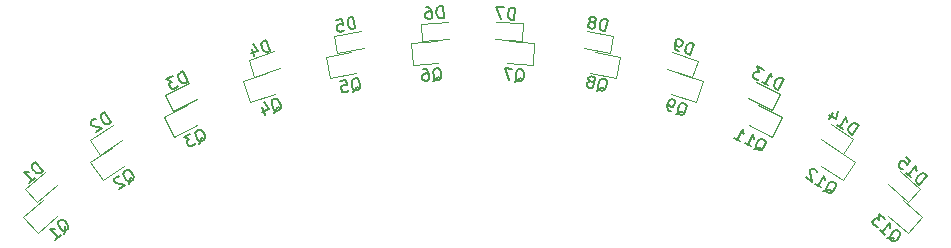
<source format=gbo>
G04 #@! TF.GenerationSoftware,KiCad,Pcbnew,(5.1.10)-1*
G04 #@! TF.CreationDate,2022-02-06T13:53:10+09:00*
G04 #@! TF.ProjectId,Main,4d61696e-2e6b-4696-9361-645f70636258,rev?*
G04 #@! TF.SameCoordinates,Original*
G04 #@! TF.FileFunction,Legend,Bot*
G04 #@! TF.FilePolarity,Positive*
%FSLAX46Y46*%
G04 Gerber Fmt 4.6, Leading zero omitted, Abs format (unit mm)*
G04 Created by KiCad (PCBNEW (5.1.10)-1) date 2022-02-06 13:53:10*
%MOMM*%
%LPD*%
G01*
G04 APERTURE LIST*
%ADD10C,0.120000*%
%ADD11C,0.150000*%
%ADD12R,1.060000X1.060000*%
%ADD13C,1.060000*%
%ADD14C,1.200000*%
%ADD15C,0.100000*%
G04 APERTURE END LIST*
D10*
X-35213931Y43723927D02*
X-36933199Y42218821D01*
X-36933199Y42218821D02*
X-37901473Y43324871D01*
X-37901473Y43324871D02*
X-36182205Y44829977D01*
X-32393263Y47487542D02*
X-30492247Y48755362D01*
X-31577641Y46264570D02*
X-32393263Y47487542D01*
X-29676626Y47532389D02*
X-31577641Y46264570D01*
X-26056935Y51303849D02*
X-24006700Y52312690D01*
X-25407922Y49984879D02*
X-26056935Y51303849D01*
X-23357687Y50993720D02*
X-25407922Y49984879D01*
X-16356581Y53610291D02*
X-18520957Y52877690D01*
X-18520957Y52877690D02*
X-18992258Y54270089D01*
X-18992258Y54270089D02*
X-16827882Y55002690D01*
X-11749481Y56332564D02*
X-9507998Y56776390D01*
X-11463956Y54890560D02*
X-11749481Y56332564D01*
X-9222474Y55334385D02*
X-11463956Y54890560D01*
X-4379336Y57337638D02*
X-2099099Y57485094D01*
X-4284473Y55870702D02*
X-4379336Y57337638D01*
X-2004236Y56018158D02*
X-4284473Y55870702D01*
X1950470Y57536403D02*
X4230446Y57384967D01*
X4230446Y57384967D02*
X4133024Y55918199D01*
X4133024Y55918199D02*
X1853048Y56069635D01*
X9659529Y56777509D02*
X11900233Y56329772D01*
X11900233Y56329772D02*
X11612192Y54888268D01*
X11612192Y54888268D02*
X9371488Y55336005D01*
X16879546Y54953600D02*
X19042639Y54217223D01*
X19042639Y54217223D02*
X18568909Y52825648D01*
X18568909Y52825648D02*
X16405815Y53562025D01*
X23958468Y52413374D02*
X26006940Y51400957D01*
X26006940Y51400957D02*
X25355625Y50083122D01*
X25355625Y50083122D02*
X23307154Y51095539D01*
X30294090Y48855810D02*
X32192889Y47584675D01*
X32192889Y47584675D02*
X31375135Y46363127D01*
X31375135Y46363127D02*
X29476335Y47634263D01*
X36880526Y42267718D02*
X35163887Y43775822D01*
X37850728Y43372077D02*
X36880526Y42267718D01*
X36134090Y44880180D02*
X37850728Y43372077D01*
X-36411282Y42468259D02*
X-38057190Y41027376D01*
X-38057190Y41027376D02*
X-36822147Y39616598D01*
X-36822147Y39616598D02*
X-35176239Y41057481D01*
X-30556558Y46857564D02*
X-32376458Y45643842D01*
X-32376458Y45643842D02*
X-31336125Y44083928D01*
X-31336125Y44083928D02*
X-29516225Y45297650D01*
X-25313932Y47796968D02*
X-23351180Y48762762D01*
X-26141756Y49479328D02*
X-25313932Y47796968D01*
X-24179003Y50445122D02*
X-26141756Y49479328D01*
X-17387739Y53169550D02*
X-19459762Y52468209D01*
X-19459762Y52468209D02*
X-18858612Y50692190D01*
X-18858612Y50692190D02*
X-16786590Y51393530D01*
X-12080616Y52720053D02*
X-9934776Y53144941D01*
X-12444805Y54559344D02*
X-12080616Y52720053D01*
X-10298966Y54984232D02*
X-12444805Y54559344D01*
X-3033974Y55858120D02*
X-5216914Y55716955D01*
X-5216914Y55716955D02*
X-5095916Y53845863D01*
X-5095916Y53845863D02*
X-2912976Y53987028D01*
X5218369Y55714127D02*
X3035678Y55859101D01*
X5094105Y53843249D02*
X5218369Y55714127D01*
X2911414Y53988223D02*
X5094105Y53843249D01*
X9933384Y53146330D02*
X12078479Y52717698D01*
X12078479Y52717698D02*
X12445878Y54556350D01*
X12445878Y54556350D02*
X10300783Y54984983D01*
X19460435Y52465101D02*
X17389639Y53170057D01*
X18856186Y50690133D02*
X19460435Y52465101D01*
X16785391Y51395089D02*
X18856186Y50690133D01*
X23350195Y48764464D02*
X25311259Y47795246D01*
X25311259Y47795246D02*
X26142017Y49476158D01*
X26142017Y49476158D02*
X24180953Y50445377D01*
X32376303Y45640665D02*
X30558525Y46857562D01*
X31333249Y44082569D02*
X32376303Y45640665D01*
X29515471Y45299466D02*
X31333249Y44082569D01*
X35175728Y41059380D02*
X36819119Y39615626D01*
X36819119Y39615626D02*
X38056622Y41024247D01*
X38056622Y41024247D02*
X36413231Y42468000D01*
D11*
X-36396667Y44895797D02*
X-37055357Y45648212D01*
X-37234503Y45491381D01*
X-37310625Y45361453D01*
X-37319551Y45227062D01*
X-37292648Y45124038D01*
X-37203012Y44949354D01*
X-37108914Y44841866D01*
X-36947620Y44729915D01*
X-36849058Y44689623D01*
X-36714667Y44680697D01*
X-36575813Y44738966D01*
X-36396667Y44895797D01*
X-37543204Y43892080D02*
X-37113253Y44268474D01*
X-37328228Y44080277D02*
X-37986918Y44832692D01*
X-37821161Y44787936D01*
X-37686770Y44779010D01*
X-37583745Y44805913D01*
X-30634937Y49033167D02*
X-31189782Y49865121D01*
X-31387866Y49733016D01*
X-31480295Y49614135D01*
X-31506687Y49482059D01*
X-31493461Y49376404D01*
X-31427393Y49191516D01*
X-31348130Y49072665D01*
X-31202828Y48940619D01*
X-31110369Y48887806D01*
X-30978293Y48861415D01*
X-30833021Y48901062D01*
X-30634937Y49033167D01*
X-31929276Y49257464D02*
X-31995314Y49270660D01*
X-32100969Y49257435D01*
X-32299054Y49125329D01*
X-32351866Y49032870D01*
X-32365062Y48966832D01*
X-32351836Y48861177D01*
X-32298994Y48781943D01*
X-32180114Y48689514D01*
X-31387657Y48531165D01*
X-31902677Y48187690D01*
X-24138009Y52419970D02*
X-24579514Y53317229D01*
X-24793147Y53212108D01*
X-24900303Y53106309D01*
X-24943708Y52978808D01*
X-24944386Y52872331D01*
X-24903017Y52680400D01*
X-24839944Y52552221D01*
X-24713121Y52402338D01*
X-24628347Y52337909D01*
X-24500845Y52294504D01*
X-24351641Y52314850D01*
X-24138009Y52419970D01*
X-25391320Y52917771D02*
X-25946765Y52644458D01*
X-25479486Y52449814D01*
X-25607666Y52386741D01*
X-25672095Y52301967D01*
X-25693798Y52238216D01*
X-25694476Y52131739D01*
X-25589356Y51918106D01*
X-25504581Y51853677D01*
X-25440830Y51831974D01*
X-25334353Y51831296D01*
X-25077993Y51957440D01*
X-25013564Y52042215D01*
X-24991862Y52105966D01*
X-17155829Y55058143D02*
X-17476442Y56005353D01*
X-17701968Y55929016D01*
X-17822017Y55838109D01*
X-17881693Y55717364D01*
X-17896263Y55611886D01*
X-17880299Y55416198D01*
X-17834497Y55280882D01*
X-17728323Y55115729D01*
X-17652683Y55040785D01*
X-17531938Y54981110D01*
X-17381355Y54981806D01*
X-17155829Y55058143D01*
X-18722728Y55231597D02*
X-18508986Y54600124D01*
X-18619340Y55668776D02*
X-18164805Y55068534D01*
X-18751173Y54870059D01*
X-9938093Y56949598D02*
X-10132328Y57930553D01*
X-10365888Y57884306D01*
X-10496776Y57809846D01*
X-10571701Y57697924D01*
X-10599915Y57595250D01*
X-10609630Y57399152D01*
X-10581882Y57259016D01*
X-10498173Y57081416D01*
X-10432963Y56997241D01*
X-10321040Y56922316D01*
X-10171654Y56903351D01*
X-9938093Y56949598D01*
X-11580404Y57643826D02*
X-11113283Y57736318D01*
X-10974078Y57278446D01*
X-11030039Y57315909D01*
X-11132713Y57344123D01*
X-11366274Y57297876D01*
X-11450449Y57232666D01*
X-11487912Y57176704D01*
X-11516125Y57074031D01*
X-11469879Y56840470D01*
X-11404668Y56756295D01*
X-11348707Y56718832D01*
X-11246033Y56690618D01*
X-11012473Y56736865D01*
X-10928298Y56802075D01*
X-10890835Y56858037D01*
X-2484250Y57846192D02*
X-2548782Y58844108D01*
X-2786381Y58828743D01*
X-2925867Y58772005D01*
X-3014761Y58670819D01*
X-3056135Y58572706D01*
X-3091363Y58379554D01*
X-3082144Y58236995D01*
X-3022332Y58049989D01*
X-2968666Y57958022D01*
X-2867481Y57869129D01*
X-2721849Y57830828D01*
X-2484250Y57846192D01*
X-3974376Y58751919D02*
X-3784296Y58764211D01*
X-3686184Y58722837D01*
X-3635591Y58678390D01*
X-3531333Y58541977D01*
X-3471521Y58354971D01*
X-3446937Y57974812D01*
X-3488311Y57876700D01*
X-3532758Y57826107D01*
X-3624725Y57772441D01*
X-3814804Y57760149D01*
X-3912916Y57801523D01*
X-3963509Y57845970D01*
X-4017175Y57937937D01*
X-4032540Y58175536D01*
X-3991166Y58273648D01*
X-3946719Y58324241D01*
X-3854752Y58377907D01*
X-3664673Y58390199D01*
X-3566561Y58348825D01*
X-3515968Y58304378D01*
X-3462302Y58212411D01*
X3501263Y57676553D02*
X3567537Y58674354D01*
X3329965Y58690134D01*
X3184266Y58652087D01*
X3082926Y58563370D01*
X3029099Y58471497D01*
X2968961Y58284596D01*
X2959494Y58142053D01*
X2994385Y57948839D01*
X3035587Y57850655D01*
X3124304Y57749314D01*
X3263691Y57692332D01*
X3501263Y57676553D01*
X2664764Y58734316D02*
X1999563Y58778499D01*
X2360918Y57752294D01*
X11215347Y56714040D02*
X11411293Y57694655D01*
X11177814Y57741309D01*
X11028395Y57722605D01*
X10916342Y57647875D01*
X10850984Y57563814D01*
X10766965Y57386361D01*
X10738973Y57246273D01*
X10748346Y57050158D01*
X10776380Y56947436D01*
X10851110Y56835382D01*
X10981868Y56760694D01*
X11215347Y56714040D01*
X10206614Y57498330D02*
X10309337Y57526364D01*
X10365363Y57563729D01*
X10430721Y57647791D01*
X10440052Y57694486D01*
X10412017Y57797209D01*
X10374652Y57853236D01*
X10290591Y57918593D01*
X10103807Y57955916D01*
X10001084Y57927882D01*
X9945058Y57890517D01*
X9879700Y57806456D01*
X9870370Y57759760D01*
X9898404Y57657037D01*
X9935769Y57601010D01*
X10019830Y57535653D01*
X10206614Y57498330D01*
X10290675Y57432972D01*
X10328040Y57376946D01*
X10356075Y57274223D01*
X10318752Y57087439D01*
X10253394Y57003378D01*
X10197367Y56966013D01*
X10094645Y56937979D01*
X9907861Y56975302D01*
X9823800Y57040659D01*
X9786435Y57096686D01*
X9758400Y57199409D01*
X9795723Y57386192D01*
X9861081Y57470253D01*
X9917108Y57507619D01*
X10019830Y57535653D01*
X18413770Y54687599D02*
X18736036Y55634248D01*
X18510643Y55710978D01*
X18360061Y55711937D01*
X18239212Y55652472D01*
X18163442Y55577661D01*
X18056979Y55412693D01*
X18010941Y55277457D01*
X17994636Y55081797D01*
X18009023Y54976294D01*
X18068488Y54855445D01*
X18188377Y54764329D01*
X18413770Y54687599D01*
X17422042Y55025210D02*
X17241728Y55086594D01*
X17166917Y55162365D01*
X17137184Y55222789D01*
X17093065Y55388717D01*
X17109371Y55584377D01*
X17232139Y55945005D01*
X17307909Y56019816D01*
X17368334Y56049549D01*
X17473837Y56063935D01*
X17654151Y56002552D01*
X17728962Y55926781D01*
X17758694Y55866357D01*
X17773081Y55760853D01*
X17696351Y55535461D01*
X17620581Y55460650D01*
X17560156Y55430917D01*
X17454653Y55416531D01*
X17274339Y55477915D01*
X17199528Y55553685D01*
X17169795Y55614110D01*
X17155409Y55719613D01*
X25871745Y51738407D02*
X26314816Y52634894D01*
X26101367Y52740387D01*
X25952199Y52760993D01*
X25824622Y52717810D01*
X25739735Y52653529D01*
X25612651Y52503869D01*
X25549355Y52375799D01*
X25507650Y52183941D01*
X25508143Y52077463D01*
X25551325Y51949886D01*
X25658296Y51843900D01*
X25871745Y51738407D01*
X24505671Y52413563D02*
X25017949Y52160380D01*
X24761810Y52286971D02*
X25204881Y53183458D01*
X25226965Y53013191D01*
X25270147Y52885614D01*
X25334428Y52800727D01*
X24649913Y53457740D02*
X24094945Y53732022D01*
X24224985Y53242813D01*
X24096916Y53306109D01*
X23990437Y53305616D01*
X23926649Y53284025D01*
X23841762Y53219744D01*
X23736269Y53006295D01*
X23736761Y52899817D01*
X23758352Y52836028D01*
X23822633Y52751141D01*
X24078772Y52624549D01*
X24185251Y52625042D01*
X24249039Y52646633D01*
X32102898Y47936884D02*
X32659193Y48767869D01*
X32461340Y48900320D01*
X32316137Y48940220D01*
X32184015Y48914059D01*
X32091464Y48861408D01*
X31945932Y48729616D01*
X31866462Y48610904D01*
X31800071Y48426131D01*
X31786661Y48320499D01*
X31812822Y48188377D01*
X31905044Y48069335D01*
X32102898Y47936884D01*
X30836635Y48784573D02*
X31311484Y48466689D01*
X31074060Y48625631D02*
X31630355Y49456616D01*
X31630026Y49284923D01*
X31656187Y49152801D01*
X31708838Y49060250D01*
X30495227Y49815387D02*
X30124363Y49261398D01*
X30905002Y49999501D02*
X30705502Y49273490D01*
X30191083Y49617863D01*
X37807479Y43733019D02*
X38467480Y44484283D01*
X38288608Y44641427D01*
X38149856Y44699938D01*
X38015450Y44691247D01*
X37916818Y44651126D01*
X37755329Y44539457D01*
X37661043Y44432133D01*
X37571103Y44257607D01*
X37544020Y44154629D01*
X37552711Y44020223D01*
X37628606Y43890163D01*
X37807479Y43733019D01*
X36662695Y44738736D02*
X37091989Y44361592D01*
X36877342Y44550164D02*
X37537344Y45301428D01*
X37514607Y45131248D01*
X37523298Y44996841D01*
X37563419Y44898210D01*
X36642982Y46087145D02*
X37000727Y45772858D01*
X36722214Y45383685D01*
X36717869Y45450888D01*
X36677748Y45549520D01*
X36498876Y45706663D01*
X36395898Y45733746D01*
X36328695Y45729400D01*
X36230063Y45689280D01*
X36072920Y45510407D01*
X36045837Y45407429D01*
X36050183Y45340226D01*
X36090303Y45241595D01*
X36269176Y45084451D01*
X36372153Y45057368D01*
X36439357Y45061714D01*
X-34596607Y39591106D02*
X-34556315Y39689668D01*
X-34547388Y39824059D01*
X-34533999Y40025645D01*
X-34493707Y40124207D01*
X-34422048Y40186939D01*
X-34301047Y39976426D02*
X-34260754Y40074988D01*
X-34251828Y40209379D01*
X-34341463Y40384062D01*
X-34561026Y40634867D01*
X-34722320Y40746818D01*
X-34856711Y40755744D01*
X-34959736Y40728841D01*
X-35103053Y40603377D01*
X-35143346Y40504815D01*
X-35152272Y40370424D01*
X-35062636Y40195741D01*
X-34843073Y39944936D01*
X-34681779Y39832985D01*
X-34547388Y39824059D01*
X-34444364Y39850962D01*
X-34301047Y39976426D01*
X-35340096Y39066808D02*
X-34910144Y39443202D01*
X-35125120Y39255005D02*
X-35783809Y40007419D01*
X-35618052Y39962664D01*
X-35483662Y39953738D01*
X-35380637Y39980641D01*
X-29132952Y43768163D02*
X-29080140Y43860622D01*
X-29053748Y43992698D01*
X-29014161Y44190812D01*
X-28961349Y44283271D01*
X-28882115Y44336114D01*
X-28789626Y44111608D02*
X-28736814Y44204067D01*
X-28710422Y44336144D01*
X-28776490Y44521032D01*
X-28961438Y44798350D01*
X-29106740Y44930396D01*
X-29238816Y44956788D01*
X-29344471Y44943562D01*
X-29502938Y44837878D01*
X-29555751Y44745419D01*
X-29582142Y44613342D01*
X-29516074Y44428454D01*
X-29331126Y44151136D01*
X-29185824Y44019090D01*
X-29053748Y43992698D01*
X-28948094Y44005924D01*
X-28789626Y44111608D01*
X-29965115Y44415169D02*
X-30031153Y44428365D01*
X-30136808Y44415139D01*
X-30334892Y44283033D01*
X-30387705Y44190574D01*
X-30400900Y44124536D01*
X-30387675Y44018881D01*
X-30334833Y43939647D01*
X-30215952Y43847218D01*
X-29423496Y43688870D01*
X-29938515Y43345395D01*
X-23170824Y47196334D02*
X-23106395Y47281109D01*
X-23062990Y47408610D01*
X-22997883Y47599862D01*
X-22933454Y47684637D01*
X-22848000Y47726685D01*
X-22785607Y47492028D02*
X-22721178Y47576803D01*
X-22677773Y47704304D01*
X-22719142Y47896235D01*
X-22866311Y48195321D01*
X-22993134Y48345203D01*
X-23120635Y48388608D01*
X-23227112Y48389286D01*
X-23398019Y48305190D01*
X-23462448Y48220415D01*
X-23505853Y48092914D01*
X-23464483Y47900983D01*
X-23317315Y47601897D01*
X-23190492Y47452015D01*
X-23062990Y47408610D01*
X-22956513Y47407932D01*
X-22785607Y47492028D01*
X-23910738Y48052901D02*
X-24466184Y47779588D01*
X-23998905Y47584944D01*
X-24127084Y47521871D01*
X-24191514Y47437097D01*
X-24213216Y47373346D01*
X-24213894Y47266869D01*
X-24108774Y47053236D01*
X-24023999Y46988807D01*
X-23960249Y46967104D01*
X-23853771Y46966426D01*
X-23597412Y47092570D01*
X-23532983Y47177345D01*
X-23511280Y47241096D01*
X-16812237Y49816962D02*
X-16737294Y49892602D01*
X-16677618Y50013347D01*
X-16588104Y50194464D01*
X-16513161Y50270104D01*
X-16422950Y50300639D01*
X-16391719Y50059845D02*
X-16316776Y50135485D01*
X-16257100Y50256230D01*
X-16273064Y50451918D01*
X-16379935Y50767655D01*
X-16486109Y50932809D01*
X-16606854Y50992485D01*
X-16712332Y51007055D01*
X-16892753Y50945986D01*
X-16967696Y50870346D01*
X-17027372Y50749601D01*
X-17011409Y50553913D01*
X-16904538Y50238176D01*
X-16798363Y50073023D01*
X-16677618Y50013347D01*
X-16572140Y49998776D01*
X-16391719Y50059845D01*
X-17823303Y50279102D02*
X-17609561Y49647628D01*
X-17719915Y50716280D02*
X-17265380Y50116038D01*
X-17851748Y49917563D01*
X-10165988Y51585207D02*
X-10081813Y51650418D01*
X-10006887Y51762341D01*
X-9894498Y51930225D01*
X-9810323Y51995436D01*
X-9716899Y52013934D01*
X-9717365Y51771124D02*
X-9633190Y51836335D01*
X-9558264Y51948258D01*
X-9548549Y52144355D01*
X-9613294Y52471341D01*
X-9697003Y52648940D01*
X-9808926Y52723866D01*
X-9911599Y52752079D01*
X-10098448Y52715082D01*
X-10182623Y52649872D01*
X-10257549Y52537949D01*
X-10267264Y52341851D01*
X-10202519Y52014866D01*
X-10118810Y51837267D01*
X-10006887Y51762341D01*
X-9904213Y51734127D01*
X-9717365Y51771124D01*
X-11219539Y52493100D02*
X-10752418Y52585593D01*
X-10613213Y52127720D01*
X-10669175Y52165183D01*
X-10771848Y52193397D01*
X-11005409Y52147151D01*
X-11089584Y52081940D01*
X-11127047Y52025979D01*
X-11155260Y51923305D01*
X-11109014Y51689744D01*
X-11043803Y51605569D01*
X-10987842Y51568106D01*
X-10885169Y51539893D01*
X-10651608Y51586139D01*
X-10567433Y51651350D01*
X-10529970Y51707311D01*
X-3345795Y52470817D02*
X-3253828Y52524483D01*
X-3164935Y52625668D01*
X-3031594Y52777446D01*
X-2939627Y52831112D01*
X-2844588Y52837258D01*
X-2876743Y52596586D02*
X-2784776Y52650252D01*
X-2695883Y52751437D01*
X-2660655Y52944589D01*
X-2682165Y53277228D01*
X-2741977Y53464234D01*
X-2843163Y53553128D01*
X-2941275Y53594502D01*
X-3131354Y53582210D01*
X-3223321Y53528544D01*
X-3312215Y53427359D01*
X-3347442Y53234206D01*
X-3325932Y52901568D01*
X-3266120Y52714562D01*
X-3164935Y52625668D01*
X-3066822Y52584294D01*
X-2876743Y52596586D01*
X-4224309Y53511532D02*
X-4034230Y53523823D01*
X-3936118Y53482450D01*
X-3885525Y53438003D01*
X-3781267Y53301589D01*
X-3721455Y53114583D01*
X-3696871Y52734425D01*
X-3738245Y52636312D01*
X-3782692Y52585720D01*
X-3874658Y52532054D01*
X-4064738Y52519762D01*
X-4162850Y52561136D01*
X-4213443Y52605583D01*
X-4267109Y52697549D01*
X-4282473Y52935148D01*
X-4241100Y53033261D01*
X-4196653Y53083853D01*
X-4104686Y53137519D01*
X-3914607Y53149811D01*
X-3816494Y53108437D01*
X-3765902Y53063990D01*
X-3712236Y52972024D01*
X3558735Y52447273D02*
X3656920Y52488475D01*
X3758260Y52577192D01*
X3910271Y52710267D01*
X4008456Y52751470D01*
X4103485Y52745158D01*
X4040191Y52510742D02*
X4138375Y52551945D01*
X4239716Y52640662D01*
X4299854Y52827563D01*
X4321945Y53160164D01*
X4287054Y53353377D01*
X4198337Y53454718D01*
X4106465Y53508544D01*
X3916407Y53521167D01*
X3818223Y53479965D01*
X3716882Y53391248D01*
X3656744Y53204346D01*
X3634653Y52871746D01*
X3669544Y52678533D01*
X3758260Y52577192D01*
X3850133Y52523366D01*
X4040191Y52510742D01*
X3346235Y53559038D02*
X2681034Y53603221D01*
X3042389Y52577016D01*
X10486088Y51694335D02*
X10588810Y51722369D01*
X10700864Y51797099D01*
X10868944Y51909195D01*
X10971666Y51937229D01*
X11065058Y51918568D01*
X10971708Y51694419D02*
X11074431Y51722453D01*
X11186484Y51797184D01*
X11270503Y51974637D01*
X11335819Y52301508D01*
X11326446Y52497623D01*
X11251716Y52609676D01*
X11167655Y52675034D01*
X10980871Y52712357D01*
X10878148Y52684322D01*
X10766095Y52609592D01*
X10682076Y52432139D01*
X10616760Y52105267D01*
X10626133Y51909153D01*
X10700864Y51797099D01*
X10784925Y51731742D01*
X10971708Y51694419D01*
X10103063Y52450716D02*
X10205786Y52478751D01*
X10261812Y52516116D01*
X10327170Y52600177D01*
X10336501Y52646873D01*
X10308466Y52749596D01*
X10271101Y52805622D01*
X10187040Y52870980D01*
X10000256Y52908303D01*
X9897534Y52880268D01*
X9841507Y52842903D01*
X9776149Y52758842D01*
X9766819Y52712146D01*
X9794853Y52609424D01*
X9832218Y52553397D01*
X9916279Y52488039D01*
X10103063Y52450716D01*
X10187124Y52385359D01*
X10224489Y52329332D01*
X10252524Y52226609D01*
X10215201Y52039826D01*
X10149843Y51955765D01*
X10093816Y51918399D01*
X9991094Y51890365D01*
X9804310Y51927688D01*
X9720249Y51993046D01*
X9682884Y52049072D01*
X9654849Y52151795D01*
X9692172Y52338579D01*
X9757530Y52422640D01*
X9813557Y52460005D01*
X9916279Y52488039D01*
X17163678Y49700903D02*
X17269181Y49715290D01*
X17390030Y49774755D01*
X17571303Y49863953D01*
X17676806Y49878339D01*
X17766964Y49847647D01*
X17645155Y49637601D02*
X17750658Y49651987D01*
X17871507Y49711452D01*
X17977970Y49876420D01*
X18085392Y50191970D01*
X18101697Y50387630D01*
X18042232Y50508479D01*
X17967421Y50584250D01*
X17787107Y50645634D01*
X17681604Y50631247D01*
X17560755Y50571782D01*
X17454292Y50406814D01*
X17346870Y50091264D01*
X17330565Y49895604D01*
X17390030Y49774755D01*
X17464841Y49698985D01*
X17645155Y49637601D01*
X16788663Y49929174D02*
X16608349Y49990558D01*
X16533538Y50066329D01*
X16503805Y50126753D01*
X16459686Y50292681D01*
X16475991Y50488341D01*
X16598759Y50848969D01*
X16674530Y50923780D01*
X16734954Y50953513D01*
X16840457Y50967899D01*
X17020772Y50906516D01*
X17095583Y50830745D01*
X17125315Y50770321D01*
X17139702Y50664817D01*
X17062972Y50439425D01*
X16987201Y50364614D01*
X16926777Y50334881D01*
X16821274Y50320495D01*
X16640960Y50381879D01*
X16566148Y50457649D01*
X16536416Y50518074D01*
X16522029Y50623577D01*
X23769643Y46755883D02*
X23876122Y46756375D01*
X24003698Y46799558D01*
X24195064Y46864332D01*
X24301542Y46864824D01*
X24386922Y46822627D01*
X24238739Y46630276D02*
X24345217Y46630769D01*
X24472794Y46673951D01*
X24599878Y46823612D01*
X24747569Y47122441D01*
X24789273Y47314299D01*
X24746091Y47441876D01*
X24681810Y47526763D01*
X24511051Y47611157D01*
X24404572Y47610665D01*
X24276995Y47567482D01*
X24149911Y47417822D01*
X24002221Y47118993D01*
X23960516Y46927135D01*
X24003698Y46799558D01*
X24067979Y46714671D01*
X24238739Y46630276D01*
X23000734Y47242137D02*
X23513012Y46988953D01*
X23256873Y47115545D02*
X23699944Y48012031D01*
X23722028Y47841764D01*
X23765210Y47714188D01*
X23829491Y47629300D01*
X22146937Y47664109D02*
X22659215Y47410926D01*
X22403076Y47537517D02*
X22846147Y48434004D01*
X22868231Y48263737D01*
X22911413Y48136160D01*
X22975695Y48051273D01*
X29670210Y43227053D02*
X29775841Y43213644D01*
X29907963Y43239804D01*
X30106146Y43279046D01*
X30211778Y43265636D01*
X30290919Y43212655D01*
X30118897Y43041292D02*
X30224529Y43027882D01*
X30356651Y43054043D01*
X30502182Y43185836D01*
X30687614Y43462830D01*
X30754005Y43647603D01*
X30727844Y43779725D01*
X30675193Y43872277D01*
X30516910Y43978238D01*
X30411278Y43991647D01*
X30279156Y43965487D01*
X30133625Y43833694D01*
X29948193Y43556699D01*
X29881802Y43371926D01*
X29907963Y43239804D01*
X29960614Y43147253D01*
X30118897Y43041292D01*
X28971347Y43809510D02*
X29446195Y43491627D01*
X29208771Y43650568D02*
X29765067Y44481553D01*
X29764737Y44309860D01*
X29790898Y44177738D01*
X29843549Y44085187D01*
X29158097Y44773275D02*
X29145016Y44839336D01*
X29092365Y44931887D01*
X28894512Y45064339D01*
X28788880Y45077748D01*
X28722819Y45064668D01*
X28630268Y45012017D01*
X28577287Y44932876D01*
X28537387Y44787673D01*
X28694352Y43994942D01*
X28179933Y44339315D01*
X35067864Y39211449D02*
X35170841Y39184366D01*
X35305248Y39193058D01*
X35506857Y39206095D01*
X35609835Y39179013D01*
X35681384Y39116155D01*
X35488466Y38968712D02*
X35591444Y38941629D01*
X35725850Y38950320D01*
X35887339Y39061990D01*
X36107339Y39312411D01*
X36197280Y39486938D01*
X36188588Y39621344D01*
X36148468Y39719976D01*
X36005370Y39845690D01*
X35902392Y39872773D01*
X35767986Y39864081D01*
X35606497Y39752412D01*
X35386496Y39501991D01*
X35296556Y39327464D01*
X35305248Y39193058D01*
X35345368Y39094426D01*
X35488466Y38968712D01*
X34451006Y39880142D02*
X34880300Y39502999D01*
X34665653Y39691571D02*
X35325655Y40442835D01*
X35302918Y40272654D01*
X35311609Y40138248D01*
X35351729Y40039616D01*
X34860586Y40851407D02*
X34395518Y41259980D01*
X34394510Y40753783D01*
X34287187Y40848069D01*
X34184209Y40875152D01*
X34117006Y40870806D01*
X34018374Y40830686D01*
X33861231Y40651813D01*
X33834148Y40548836D01*
X33838494Y40481633D01*
X33878614Y40383001D01*
X34093261Y40194429D01*
X34196239Y40167346D01*
X34263442Y40171692D01*
%LPC*%
G36*
G01*
X-37052920Y42750299D02*
X-37390498Y43135912D01*
G75*
G02*
X-37369995Y43444591I164591J144088D01*
G01*
X-37040813Y43732768D01*
G75*
G02*
X-36732134Y43712265I144088J-164591D01*
G01*
X-36394556Y43326652D01*
G75*
G02*
X-36415059Y43017973I-164591J-144088D01*
G01*
X-36744241Y42729796D01*
G75*
G02*
X-37052920Y42750299I-144088J164591D01*
G01*
G37*
G36*
G01*
X-35867866Y43787735D02*
X-36205444Y44173348D01*
G75*
G02*
X-36184941Y44482027I164591J144088D01*
G01*
X-35855759Y44770204D01*
G75*
G02*
X-35547080Y44749701I144088J-164591D01*
G01*
X-35209502Y44364088D01*
G75*
G02*
X-35230005Y44055409I-164591J-144088D01*
G01*
X-35559187Y43767232D01*
G75*
G02*
X-35867866Y43787735I-144088J164591D01*
G01*
G37*
G36*
G01*
X-30316637Y47681008D02*
X-30600995Y48107384D01*
G75*
G02*
X-30540377Y48410746I181990J121372D01*
G01*
X-30176397Y48653490D01*
G75*
G02*
X-29873035Y48592872I121372J-181990D01*
G01*
X-29588677Y48166496D01*
G75*
G02*
X-29649295Y47863134I-181990J-121372D01*
G01*
X-30013275Y47620390D01*
G75*
G02*
X-30316637Y47681008I-121372J181990D01*
G01*
G37*
G36*
G01*
X-31626965Y46807128D02*
X-31911323Y47233504D01*
G75*
G02*
X-31850705Y47536866I181990J121372D01*
G01*
X-31486725Y47779610D01*
G75*
G02*
X-31183363Y47718992I121372J-181990D01*
G01*
X-30899005Y47292616D01*
G75*
G02*
X-30959623Y46989254I-181990J-121372D01*
G01*
X-31323603Y46746510D01*
G75*
G02*
X-31626965Y46807128I-121372J181990D01*
G01*
G37*
G36*
G01*
X-23972823Y51224605D02*
X-24199095Y51684450D01*
G75*
G02*
X-24099399Y51977304I196275J96579D01*
G01*
X-23706849Y52170463D01*
G75*
G02*
X-23413995Y52070767I96579J-196275D01*
G01*
X-23187723Y51610922D01*
G75*
G02*
X-23287419Y51318068I-196275J-96579D01*
G01*
X-23679969Y51124909D01*
G75*
G02*
X-23972823Y51224605I-96579J196275D01*
G01*
G37*
G36*
G01*
X-25386005Y50529233D02*
X-25612277Y50989078D01*
G75*
G02*
X-25512581Y51281932I196275J96579D01*
G01*
X-25120031Y51475091D01*
G75*
G02*
X-24827177Y51375395I96579J-196275D01*
G01*
X-24600905Y50915550D01*
G75*
G02*
X-24700601Y50622696I-196275J-96579D01*
G01*
X-25093151Y50429537D01*
G75*
G02*
X-25386005Y50529233I-96579J196275D01*
G01*
G37*
G36*
G01*
X-18428175Y53414526D02*
X-18592489Y53899972D01*
G75*
G02*
X-18455421Y54177308I207202J70134D01*
G01*
X-18041017Y54317576D01*
G75*
G02*
X-17763681Y54180508I70134J-207202D01*
G01*
X-17599367Y53695062D01*
G75*
G02*
X-17736435Y53417726I-207202J-70134D01*
G01*
X-18150839Y53277458D01*
G75*
G02*
X-18428175Y53414526I-70134J207202D01*
G01*
G37*
G36*
G01*
X-16936319Y53919492D02*
X-17100633Y54404938D01*
G75*
G02*
X-16963565Y54682274I207202J70134D01*
G01*
X-16549161Y54822542D01*
G75*
G02*
X-16271825Y54685474I70134J-207202D01*
G01*
X-16107511Y54200028D01*
G75*
G02*
X-16244579Y53922692I-207202J-70134D01*
G01*
X-16658983Y53782424D01*
G75*
G02*
X-16936319Y53919492I-70134J207202D01*
G01*
G37*
G36*
G01*
X-9756893Y55716612D02*
X-9856438Y56219352D01*
G75*
G02*
X-9684343Y56476425I214584J42489D01*
G01*
X-9255176Y56561403D01*
G75*
G02*
X-8998103Y56389308I42489J-214584D01*
G01*
X-8898558Y55886568D01*
G75*
G02*
X-9070653Y55629495I-214584J-42489D01*
G01*
X-9499820Y55544517D01*
G75*
G02*
X-9756893Y55716612I-42489J214584D01*
G01*
G37*
G36*
G01*
X-11301897Y55410692D02*
X-11401442Y55913432D01*
G75*
G02*
X-11229347Y56170505I214584J42489D01*
G01*
X-10800180Y56255483D01*
G75*
G02*
X-10543107Y56083388I42489J-214584D01*
G01*
X-10443562Y55580648D01*
G75*
G02*
X-10615657Y55323575I-214584J-42489D01*
G01*
X-11044824Y55238597D01*
G75*
G02*
X-11301897Y55410692I-42489J214584D01*
G01*
G37*
G36*
G01*
X-2484193Y56466871D02*
X-2517265Y56978302D01*
G75*
G02*
X-2313087Y57210712I218294J14116D01*
G01*
X-1876499Y57238945D01*
G75*
G02*
X-1644089Y57034767I14116J-218294D01*
G01*
X-1611017Y56523336D01*
G75*
G02*
X-1815195Y56290926I-218294J-14116D01*
G01*
X-2251783Y56262693D01*
G75*
G02*
X-2484193Y56466871I-14116J218294D01*
G01*
G37*
G36*
G01*
X-4055911Y56365233D02*
X-4088983Y56876664D01*
G75*
G02*
X-3884805Y57109074I218294J14116D01*
G01*
X-3448217Y57137307D01*
G75*
G02*
X-3215807Y56933129I14116J-218294D01*
G01*
X-3182735Y56421698D01*
G75*
G02*
X-3386913Y56189288I-218294J-14116D01*
G01*
X-3823501Y56161055D01*
G75*
G02*
X-4055911Y56365233I-14116J218294D01*
G01*
G37*
G36*
G01*
X3939290Y56924501D02*
X3905324Y56413128D01*
G75*
G02*
X3672558Y56209356I-218269J14497D01*
G01*
X3236020Y56238351D01*
G75*
G02*
X3032248Y56471117I14497J218269D01*
G01*
X3066214Y56982490D01*
G75*
G02*
X3298980Y57186262I218269J-14497D01*
G01*
X3735518Y57157267D01*
G75*
G02*
X3939290Y56924501I-14497J-218269D01*
G01*
G37*
G36*
G01*
X2367752Y57028883D02*
X2333786Y56517510D01*
G75*
G02*
X2101020Y56313738I-218269J14497D01*
G01*
X1664482Y56342733D01*
G75*
G02*
X1460710Y56575499I14497J218269D01*
G01*
X1494676Y57086872D01*
G75*
G02*
X1727442Y57290644I218269J-14497D01*
G01*
X2163980Y57261649D01*
G75*
G02*
X2367752Y57028883I-14497J-218269D01*
G01*
G37*
G36*
G01*
X11551464Y55911248D02*
X11451041Y55408683D01*
G75*
G02*
X11193669Y55237037I-214509J42863D01*
G01*
X10764650Y55322764D01*
G75*
G02*
X10593004Y55580136I42863J214509D01*
G01*
X10693427Y56082701D01*
G75*
G02*
X10950799Y56254347I214509J-42863D01*
G01*
X11379818Y56168620D01*
G75*
G02*
X11551464Y55911248I-42863J-214509D01*
G01*
G37*
G36*
G01*
X10006996Y56219864D02*
X9906573Y55717299D01*
G75*
G02*
X9649201Y55545653I-214509J42863D01*
G01*
X9220182Y55631380D01*
G75*
G02*
X9048536Y55888752I42863J214509D01*
G01*
X9148959Y56391317D01*
G75*
G02*
X9406331Y56562963I214509J-42863D01*
G01*
X9835350Y56477236D01*
G75*
G02*
X10006996Y56219864I-42863J-214509D01*
G01*
G37*
G36*
G01*
X18642226Y53847803D02*
X18477065Y53362646D01*
G75*
G02*
X18199489Y53226062I-207080J70496D01*
G01*
X17785330Y53367053D01*
G75*
G02*
X17648746Y53644629I70496J207080D01*
G01*
X17813907Y54129786D01*
G75*
G02*
X18091483Y54266370I207080J-70496D01*
G01*
X18505642Y54125379D01*
G75*
G02*
X18642226Y53847803I-70496J-207080D01*
G01*
G37*
G36*
G01*
X17151254Y54355371D02*
X16986093Y53870214D01*
G75*
G02*
X16708517Y53733630I-207080J70496D01*
G01*
X16294358Y53874621D01*
G75*
G02*
X16157774Y54152197I70496J207080D01*
G01*
X16322935Y54637354D01*
G75*
G02*
X16600511Y54773938I207080J-70496D01*
G01*
X17014670Y54632947D01*
G75*
G02*
X17151254Y54355371I-70496J-207080D01*
G01*
G37*
G36*
G01*
X25561732Y51086962D02*
X25334658Y50627513D01*
G75*
G02*
X25041630Y50528329I-196106J96922D01*
G01*
X24649418Y50722172D01*
G75*
G02*
X24550234Y51015200I96922J196106D01*
G01*
X24777308Y51474649D01*
G75*
G02*
X25070336Y51573833I196106J-96922D01*
G01*
X25462548Y51379990D01*
G75*
G02*
X25561732Y51086962I-96922J-196106D01*
G01*
G37*
G36*
G01*
X24149766Y51784800D02*
X23922692Y51325351D01*
G75*
G02*
X23629664Y51226167I-196106J96922D01*
G01*
X23237452Y51420010D01*
G75*
G02*
X23138268Y51713038I96922J196106D01*
G01*
X23365342Y52172487D01*
G75*
G02*
X23658370Y52271671I196106J-96922D01*
G01*
X24050582Y52077828D01*
G75*
G02*
X24149766Y51784800I-96922J-196106D01*
G01*
G37*
G36*
G01*
X31710507Y47331477D02*
X31425405Y46905598D01*
G75*
G02*
X31121937Y46845510I-181778J121690D01*
G01*
X30758381Y47088889D01*
G75*
G02*
X30698293Y47392357I121690J181778D01*
G01*
X30983395Y47818236D01*
G75*
G02*
X31286863Y47878324I181778J-121690D01*
G01*
X31650419Y47634945D01*
G75*
G02*
X31710507Y47331477I-121690J-181778D01*
G01*
G37*
G36*
G01*
X30401707Y48207643D02*
X30116605Y47781764D01*
G75*
G02*
X29813137Y47721676I-181778J121690D01*
G01*
X29449581Y47965055D01*
G75*
G02*
X29389493Y48268523I121690J181778D01*
G01*
X29674595Y48694402D01*
G75*
G02*
X29978063Y48754490I181778J-121690D01*
G01*
X30341619Y48511111D01*
G75*
G02*
X30401707Y48207643I-121690J-181778D01*
G01*
G37*
G36*
G01*
X36156182Y44223512D02*
X35817932Y43838489D01*
G75*
G02*
X35509218Y43818525I-164339J144375D01*
G01*
X35180540Y44107276D01*
G75*
G02*
X35160576Y44415990I144375J164339D01*
G01*
X35498826Y44801013D01*
G75*
G02*
X35807540Y44820977I164339J-144375D01*
G01*
X36136218Y44532226D01*
G75*
G02*
X36156182Y44223512I-144375J-164339D01*
G01*
G37*
G36*
G01*
X37339424Y43184010D02*
X37001174Y42798987D01*
G75*
G02*
X36692460Y42779023I-164339J144375D01*
G01*
X36363782Y43067774D01*
G75*
G02*
X36343818Y43376488I144375J164339D01*
G01*
X36682068Y43761511D01*
G75*
G02*
X36990782Y43781475I164339J-144375D01*
G01*
X37319460Y43492724D01*
G75*
G02*
X37339424Y43184010I-144375J-164339D01*
G01*
G37*
D12*
X-28540000Y-18635000D03*
D13*
X-28540000Y-17365000D03*
X-27270000Y-18635000D03*
X-27270000Y-17365000D03*
X-26000000Y-18635000D03*
X-26000000Y-17365000D03*
X-24730000Y-18635000D03*
X-24730000Y-17365000D03*
X-23460000Y-18635000D03*
X-23460000Y-17365000D03*
X-16460000Y-17365000D03*
X-16460000Y-18635000D03*
X-17730000Y-17365000D03*
X-17730000Y-18635000D03*
X-19000000Y-17365000D03*
X-19000000Y-18635000D03*
X-20270000Y-17365000D03*
X-20270000Y-18635000D03*
X-21540000Y-17365000D03*
D12*
X-21540000Y-18635000D03*
D14*
X-23400000Y1400000D03*
X-25900000Y1400000D03*
X-28400000Y1400000D03*
D15*
G36*
X-36967294Y41699083D02*
G01*
X-36012195Y40608081D01*
X-36764610Y39949391D01*
X-37719709Y41040393D01*
X-36967294Y41699083D01*
G37*
G36*
X-35763430Y42752987D02*
G01*
X-34808331Y41661985D01*
X-35560746Y41003295D01*
X-36515845Y42094297D01*
X-35763430Y42752987D01*
G37*
G36*
X-31208211Y46167542D02*
G01*
X-30403687Y44961208D01*
X-31235641Y44406364D01*
X-32040165Y45612698D01*
X-31208211Y46167542D01*
G37*
G36*
X-29877085Y47055294D02*
G01*
X-29072561Y45848960D01*
X-29904515Y45294116D01*
X-30709039Y46500450D01*
X-29877085Y47055294D01*
G37*
G36*
X-23479534Y50552471D02*
G01*
X-22839350Y49251447D01*
X-23736608Y48809941D01*
X-24376792Y50110965D01*
X-23479534Y50552471D01*
G37*
G36*
X-24915148Y49846061D02*
G01*
X-24274964Y48545037D01*
X-25172222Y48103531D01*
X-25812406Y49404555D01*
X-24915148Y49846061D01*
G37*
G36*
X-18195778Y52671701D02*
G01*
X-17730889Y51298246D01*
X-18678100Y50977633D01*
X-19142989Y52351088D01*
X-18195778Y52671701D01*
G37*
G36*
X-16680242Y53184681D02*
G01*
X-16215353Y51811226D01*
X-17162564Y51490613D01*
X-17627453Y52864068D01*
X-16680242Y53184681D01*
G37*
G36*
X-9595546Y54906887D02*
G01*
X-9313907Y53484502D01*
X-10294862Y53290267D01*
X-10576501Y54712652D01*
X-9595546Y54906887D01*
G37*
G36*
X-11165074Y54596113D02*
G01*
X-10883435Y53173728D01*
X-11864390Y52979493D01*
X-12146029Y54401878D01*
X-11165074Y54596113D01*
G37*
G36*
X-3943332Y55586370D02*
G01*
X-3849760Y54139392D01*
X-4847676Y54074860D01*
X-4941248Y55521838D01*
X-3943332Y55586370D01*
G37*
G36*
X-2346668Y55689622D02*
G01*
X-2253096Y54242644D01*
X-3251012Y54178112D01*
X-3344584Y55625090D01*
X-2346668Y55689622D01*
G37*
G36*
X2251982Y54244991D02*
G01*
X2348079Y55691803D01*
X3345880Y55625529D01*
X3249783Y54178717D01*
X2251982Y54244991D01*
G37*
G36*
X3848464Y54138953D02*
G01*
X3944561Y55585765D01*
X4942362Y55519491D01*
X4846265Y54072679D01*
X3848464Y54138953D01*
G37*
G36*
X10882092Y53173460D02*
G01*
X11166214Y54595352D01*
X12146828Y54399406D01*
X11862706Y52977514D01*
X10882092Y53173460D01*
G37*
G36*
X9313108Y53486974D02*
G01*
X9597230Y54908866D01*
X10577844Y54712920D01*
X10293722Y53291028D01*
X9313108Y53486974D01*
G37*
G36*
X16214885Y51813782D02*
G01*
X16682170Y53186424D01*
X17628819Y52864158D01*
X17161534Y51491516D01*
X16214885Y51813782D01*
G37*
G36*
X17729523Y51298156D02*
G01*
X18196808Y52670798D01*
X19143457Y52348532D01*
X18676172Y50975890D01*
X17729523Y51298156D01*
G37*
G36*
X24273597Y48545127D02*
G01*
X24916050Y49845032D01*
X25812537Y49401961D01*
X25170084Y48102056D01*
X24273597Y48545127D01*
G37*
G36*
X22839219Y49254041D02*
G01*
X23481672Y50553946D01*
X24378159Y50110875D01*
X23735706Y48810970D01*
X22839219Y49254041D01*
G37*
G36*
X29072768Y45851549D02*
G01*
X29879397Y47056477D01*
X30710382Y46500181D01*
X29903753Y45295253D01*
X29072768Y45851549D01*
G37*
G36*
X30402344Y44961477D02*
G01*
X31208973Y46166405D01*
X32039958Y45610109D01*
X31233329Y44405181D01*
X30402344Y44961477D01*
G37*
G36*
X36010898Y40608522D02*
G01*
X36967900Y41697855D01*
X37719164Y41037854D01*
X36762162Y39948521D01*
X36010898Y40608522D01*
G37*
G36*
X34808876Y41664524D02*
G01*
X35765878Y42753857D01*
X36517142Y42093856D01*
X35560140Y41004523D01*
X34808876Y41664524D01*
G37*
M02*

</source>
